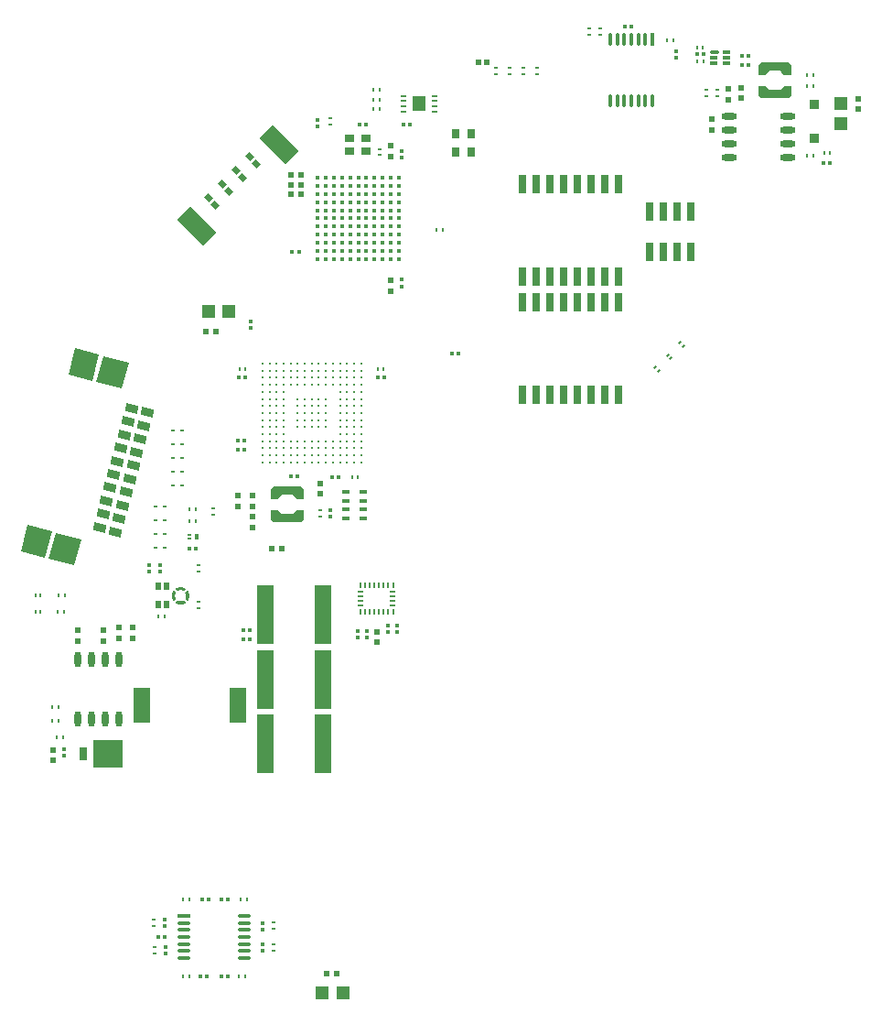
<source format=gtp>
G04*
G04 #@! TF.GenerationSoftware,Altium Limited,Altium Designer,24.1.2 (44)*
G04*
G04 Layer_Color=8421504*
%FSLAX44Y44*%
%MOMM*%
G71*
G04*
G04 #@! TF.SameCoordinates,E650615F-92BB-4AA2-81C1-946A8B7DB211*
G04*
G04*
G04 #@! TF.FilePolarity,Positive*
G04*
G01*
G75*
%ADD19R,0.5220X0.7250*%
%ADD20R,0.5000X0.5000*%
%ADD21R,0.2600X0.3200*%
%ADD22R,0.3500X0.4000*%
%ADD23C,0.3000*%
%ADD24R,0.5080X0.5588*%
%ADD25R,0.2500X0.3000*%
%ADD26R,0.3000X0.2500*%
%ADD27R,0.3600X0.2500*%
%ADD28R,0.4000X0.3500*%
%ADD29R,1.5000X5.4000*%
%ADD30R,0.3200X0.2600*%
%ADD31R,0.3500X0.1905*%
%ADD32R,0.6100X0.2700*%
%ADD33R,1.2500X1.3500*%
%ADD34C,0.3818*%
%ADD35R,0.7620X1.2700*%
%ADD36R,0.2800X0.5300*%
%ADD37R,0.5300X0.2800*%
%ADD38R,0.7400X1.6750*%
G04:AMPARAMS|DCode=39|XSize=1.143mm|YSize=0.7366mm|CornerRadius=0mm|HoleSize=0mm|Usage=FLASHONLY|Rotation=165.000|XOffset=0mm|YOffset=0mm|HoleType=Round|Shape=Rectangle|*
%AMROTATEDRECTD39*
4,1,4,0.6474,0.2078,0.4567,-0.5037,-0.6474,-0.2078,-0.4567,0.5037,0.6474,0.2078,0.0*
%
%ADD39ROTATEDRECTD39*%

%ADD40R,0.9500X0.9000*%
%ADD41R,0.9000X0.8000*%
%ADD42O,0.6000X1.4500*%
%ADD43O,1.4500X0.6000*%
%ADD44R,0.5588X0.5080*%
%ADD45R,1.1430X1.2700*%
%ADD46R,1.2700X1.1430*%
G04:AMPARAMS|DCode=47|XSize=0.2mm|YSize=0.35mm|CornerRadius=0mm|HoleSize=0mm|Usage=FLASHONLY|Rotation=135.000|XOffset=0mm|YOffset=0mm|HoleType=Round|Shape=Rectangle|*
%AMROTATEDRECTD47*
4,1,4,0.1945,0.0530,-0.0530,-0.1945,-0.1945,-0.0530,0.0530,0.1945,0.1945,0.0530,0.0*
%
%ADD47ROTATEDRECTD47*%

G04:AMPARAMS|DCode=48|XSize=0.28mm|YSize=0.75mm|CornerRadius=0.0504mm|HoleSize=0mm|Usage=FLASHONLY|Rotation=90.000|XOffset=0mm|YOffset=0mm|HoleType=Round|Shape=RoundedRectangle|*
%AMROUNDEDRECTD48*
21,1,0.2800,0.6492,0,0,90.0*
21,1,0.1792,0.7500,0,0,90.0*
1,1,0.1008,0.3246,0.0896*
1,1,0.1008,0.3246,-0.0896*
1,1,0.1008,-0.3246,-0.0896*
1,1,0.1008,-0.3246,0.0896*
%
%ADD48ROUNDEDRECTD48*%
%ADD49R,0.2000X0.3500*%
%ADD50R,0.8000X0.4000*%
%ADD51R,0.4682X0.4725*%
%ADD52R,1.6000X3.2000*%
%ADD53R,0.6500X0.9000*%
%ADD54R,0.7600X1.6700*%
G04:AMPARAMS|DCode=55|XSize=0.7mm|YSize=0.5mm|CornerRadius=0mm|HoleSize=0mm|Usage=FLASHONLY|Rotation=315.000|XOffset=0mm|YOffset=0mm|HoleType=Round|Shape=Rectangle|*
%AMROTATEDRECTD55*
4,1,4,-0.4243,0.0707,-0.0707,0.4243,0.4243,-0.0707,0.0707,-0.4243,-0.4243,0.0707,0.0*
%
%ADD55ROTATEDRECTD55*%

G04:AMPARAMS|DCode=56|XSize=3.43mm|YSize=1.78mm|CornerRadius=0mm|HoleSize=0mm|Usage=FLASHONLY|Rotation=135.000|XOffset=0mm|YOffset=0mm|HoleType=Round|Shape=Rectangle|*
%AMROTATEDRECTD56*
4,1,4,1.8420,-0.5834,0.5834,-1.8420,-1.8420,0.5834,-0.5834,1.8420,1.8420,-0.5834,0.0*
%
%ADD56ROTATEDRECTD56*%

%ADD57R,2.6670X2.5400*%
G04:AMPARAMS|DCode=58|XSize=0.28mm|YSize=0.85mm|CornerRadius=0.0504mm|HoleSize=0mm|Usage=FLASHONLY|Rotation=90.000|XOffset=0mm|YOffset=0mm|HoleType=Round|Shape=RoundedRectangle|*
%AMROUNDEDRECTD58*
21,1,0.2800,0.7492,0,0,90.0*
21,1,0.1792,0.8500,0,0,90.0*
1,1,0.1008,0.3746,0.0896*
1,1,0.1008,0.3746,-0.0896*
1,1,0.1008,-0.3746,-0.0896*
1,1,0.1008,-0.3746,0.0896*
%
%ADD58ROUNDEDRECTD58*%
%ADD59R,0.3500X0.6000*%
%ADD60R,0.3500X1.2500*%
%ADD61O,0.3500X1.2500*%
%ADD62O,1.2500X0.3500*%
%ADD63R,1.2500X0.3500*%
G36*
X184160Y490200D02*
X184160Y481350D01*
X177160D01*
X174010Y485150D01*
X163810D01*
X160660Y481350D01*
X153660D01*
Y490200D01*
X156210Y492750D01*
X181610D01*
X184160Y490200D01*
D02*
G37*
G36*
X184160Y462300D02*
X181610Y459750D01*
X156210D01*
X153660Y462300D01*
X153660Y471150D01*
X160660D01*
X163810Y467350D01*
X174010D01*
X177230Y471150D01*
X184160D01*
Y462300D01*
D02*
G37*
G36*
X-456313Y222591D02*
X-462690Y198792D01*
X-484771Y204709D01*
X-478394Y228507D01*
X-456313Y222591D01*
D02*
G37*
G36*
X-428834Y215228D02*
X-435211Y191429D01*
X-459009Y197806D01*
X-452633Y221605D01*
X-428834Y215228D01*
D02*
G37*
G36*
X-266940Y98346D02*
X-266940Y89496D01*
X-273940D01*
X-277090Y93296D01*
X-287290D01*
X-290510Y89496D01*
X-297440D01*
Y98346D01*
X-294890Y100896D01*
X-269490D01*
X-266940Y98346D01*
D02*
G37*
G36*
X-266940Y70446D02*
X-269490Y67896D01*
X-294890D01*
X-297440Y70446D01*
X-297440Y79296D01*
X-290440D01*
X-287290Y75496D01*
X-277090D01*
X-273940Y79296D01*
X-266940D01*
Y70446D01*
D02*
G37*
G36*
X-500096Y59191D02*
X-506473Y35392D01*
X-528554Y41309D01*
X-522177Y65107D01*
X-500096Y59191D01*
D02*
G37*
G36*
X-472617Y51828D02*
X-478994Y28029D01*
X-502792Y34406D01*
X-496415Y58205D01*
X-472617Y51828D01*
D02*
G37*
G36*
X-379641Y8161D02*
X-377071Y7276D01*
X-376000Y6440D01*
X-376000Y6440D01*
X-376000Y6440D01*
X-376000D01*
X-378153Y4300D01*
X-378809Y4672D01*
X-380248Y5108D01*
X-381752D01*
X-383191Y4672D01*
X-383847Y4300D01*
X-383847Y4300D01*
X-386000Y6440D01*
X-384929Y7276D01*
X-382359Y8161D01*
X-379641Y8161D01*
D02*
G37*
G36*
X-385270Y2887D02*
Y2887D01*
X-385642Y2231D01*
X-386078Y792D01*
Y-712D01*
X-385642Y-2151D01*
X-385270Y-2807D01*
X-387410Y-4960D01*
Y-4960D01*
X-388246Y-3889D01*
X-389131Y-1319D01*
X-389131Y1399D01*
X-388246Y3969D01*
X-387410Y5040D01*
X-385270Y2887D01*
D02*
G37*
G36*
X-374600Y5040D02*
X-373764Y3969D01*
X-372879Y1399D01*
X-372879Y-1319D01*
X-373764Y-3889D01*
X-374600Y-4960D01*
X-376740Y-2807D01*
X-376740Y-2807D01*
X-376369Y-2151D01*
X-375932Y-712D01*
Y792D01*
X-376368Y2231D01*
X-376740Y2887D01*
X-374600Y5040D01*
X-374600Y5040D01*
D02*
G37*
G36*
X-383191Y-4591D02*
X-381752Y-5028D01*
X-380248D01*
X-378809Y-4591D01*
X-378153Y-4220D01*
X-376000Y-6360D01*
X-376000Y-6360D01*
X-377071Y-7196D01*
X-379641Y-8080D01*
X-382359Y-8080D01*
X-384929Y-7196D01*
X-386000Y-6360D01*
X-383847Y-4220D01*
X-383191Y-4591D01*
D02*
G37*
D19*
X-393520Y8415D02*
D03*
Y-8335D02*
D03*
X-401740Y8415D02*
D03*
Y-8335D02*
D03*
D20*
X-282190Y71696D02*
D03*
X168910Y488950D02*
D03*
Y463550D02*
D03*
X-282190Y97096D02*
D03*
D21*
X-198280Y209550D02*
D03*
X-321150D02*
D03*
X-192880D02*
D03*
X-326550D02*
D03*
X219870Y408940D02*
D03*
X214470D02*
D03*
X97122Y506984D02*
D03*
X102522D02*
D03*
X-217010Y109220D02*
D03*
X-222410D02*
D03*
D22*
X-322120Y143510D02*
D03*
X-321440Y201396D02*
D03*
X-198580Y201930D02*
D03*
X-322120Y134620D02*
D03*
X220170Y400050D02*
D03*
X-278690Y110396D02*
D03*
X-328120Y143510D02*
D03*
X-327440Y201396D02*
D03*
X-192580Y201930D02*
D03*
X-328120Y134620D02*
D03*
X-130000Y223520D02*
D03*
X-323040Y-31750D02*
D03*
Y-40640D02*
D03*
X138890Y490220D02*
D03*
X138498Y499205D02*
D03*
X-277495Y318231D02*
D03*
X-168450Y435610D02*
D03*
X-215090D02*
D03*
X-372570Y43180D02*
D03*
X144890Y490220D02*
D03*
X144498Y499205D02*
D03*
X-124000Y223520D02*
D03*
X-317040Y-31750D02*
D03*
Y-40640D02*
D03*
X-271495Y318231D02*
D03*
X-174450Y435610D02*
D03*
X-209090D02*
D03*
X-366570Y43180D02*
D03*
X-395180Y-315440D02*
D03*
X-401180D02*
D03*
X30024Y526459D02*
D03*
X36024D02*
D03*
X-361140Y-280670D02*
D03*
X-355140D02*
D03*
X-362410Y-351790D02*
D03*
X-356410D02*
D03*
X-337360D02*
D03*
X-343360D02*
D03*
X-337360Y-280670D02*
D03*
X-343360D02*
D03*
X-240595Y109514D02*
D03*
X-234595D02*
D03*
X-272690Y110396D02*
D03*
X97076Y500634D02*
D03*
X103076D02*
D03*
X214170Y400050D02*
D03*
D23*
X-304940Y136396D02*
D03*
Y142896D02*
D03*
Y201396D02*
D03*
Y207896D02*
D03*
X-265940Y129896D02*
D03*
X-213940Y201396D02*
D03*
Y207896D02*
D03*
X-304940Y123396D02*
D03*
Y214396D02*
D03*
X-291940Y129896D02*
D03*
X-285440Y155896D02*
D03*
Y181896D02*
D03*
X-278940Y123396D02*
D03*
X-272440Y129896D02*
D03*
Y155896D02*
D03*
Y162396D02*
D03*
Y168896D02*
D03*
Y175396D02*
D03*
Y181896D02*
D03*
Y194896D02*
D03*
X-265940Y155896D02*
D03*
Y162396D02*
D03*
Y168896D02*
D03*
Y175396D02*
D03*
Y181896D02*
D03*
X-259440Y155896D02*
D03*
Y162396D02*
D03*
Y168896D02*
D03*
Y175396D02*
D03*
Y181896D02*
D03*
X-252940Y155896D02*
D03*
Y162396D02*
D03*
Y168896D02*
D03*
Y175396D02*
D03*
Y181896D02*
D03*
Y207896D02*
D03*
X-246440Y129896D02*
D03*
Y155896D02*
D03*
Y162396D02*
D03*
Y168896D02*
D03*
Y175396D02*
D03*
Y181896D02*
D03*
Y194896D02*
D03*
X-233440Y155896D02*
D03*
Y181896D02*
D03*
X-213940Y123396D02*
D03*
Y214396D02*
D03*
X-285440Y149396D02*
D03*
Y188396D02*
D03*
X-278940Y129896D02*
D03*
Y142896D02*
D03*
Y194896D02*
D03*
X-272440Y201396D02*
D03*
X-265940Y142896D02*
D03*
X-259440Y194896D02*
D03*
X-246440Y142896D02*
D03*
X-239940Y194896D02*
D03*
X-233440Y149396D02*
D03*
Y175396D02*
D03*
X-213940Y194896D02*
D03*
Y188396D02*
D03*
Y181896D02*
D03*
Y175396D02*
D03*
Y168896D02*
D03*
Y162396D02*
D03*
Y155896D02*
D03*
Y149396D02*
D03*
Y142896D02*
D03*
Y136396D02*
D03*
Y129896D02*
D03*
X-220440Y214396D02*
D03*
Y207896D02*
D03*
Y201396D02*
D03*
Y194896D02*
D03*
Y188396D02*
D03*
Y181896D02*
D03*
Y175396D02*
D03*
Y168896D02*
D03*
Y162396D02*
D03*
Y155896D02*
D03*
Y149396D02*
D03*
Y142896D02*
D03*
Y136396D02*
D03*
Y129896D02*
D03*
Y123396D02*
D03*
X-226940Y214396D02*
D03*
Y207896D02*
D03*
Y201396D02*
D03*
Y194896D02*
D03*
Y188396D02*
D03*
Y181896D02*
D03*
Y175396D02*
D03*
Y168896D02*
D03*
Y162396D02*
D03*
Y155896D02*
D03*
Y149396D02*
D03*
Y142896D02*
D03*
Y136396D02*
D03*
Y129896D02*
D03*
Y123396D02*
D03*
X-233440Y214396D02*
D03*
Y207896D02*
D03*
Y201396D02*
D03*
Y194896D02*
D03*
Y188396D02*
D03*
Y168896D02*
D03*
Y162396D02*
D03*
Y142896D02*
D03*
Y136396D02*
D03*
Y129896D02*
D03*
Y123396D02*
D03*
X-239940Y214396D02*
D03*
Y207896D02*
D03*
Y201396D02*
D03*
Y142896D02*
D03*
Y136396D02*
D03*
Y129896D02*
D03*
Y123396D02*
D03*
X-246440Y214396D02*
D03*
Y207896D02*
D03*
Y201396D02*
D03*
Y136396D02*
D03*
Y123396D02*
D03*
X-252940Y214396D02*
D03*
Y201396D02*
D03*
Y194896D02*
D03*
Y142896D02*
D03*
Y136396D02*
D03*
Y129896D02*
D03*
Y123396D02*
D03*
X-259440Y214396D02*
D03*
Y207896D02*
D03*
Y201396D02*
D03*
Y142896D02*
D03*
Y136396D02*
D03*
Y129896D02*
D03*
Y123396D02*
D03*
X-265940Y214396D02*
D03*
Y207896D02*
D03*
Y201396D02*
D03*
Y194896D02*
D03*
Y136396D02*
D03*
Y123396D02*
D03*
X-272440Y214396D02*
D03*
Y207896D02*
D03*
Y142896D02*
D03*
Y136396D02*
D03*
Y123396D02*
D03*
X-278940Y214396D02*
D03*
Y207896D02*
D03*
Y201396D02*
D03*
Y136396D02*
D03*
X-285440Y214396D02*
D03*
Y207896D02*
D03*
Y201396D02*
D03*
Y194896D02*
D03*
Y175396D02*
D03*
Y168896D02*
D03*
Y162396D02*
D03*
Y142896D02*
D03*
Y136396D02*
D03*
Y129896D02*
D03*
Y123396D02*
D03*
X-291940Y214396D02*
D03*
Y207896D02*
D03*
Y201396D02*
D03*
Y194896D02*
D03*
Y188396D02*
D03*
Y181896D02*
D03*
Y175396D02*
D03*
Y168896D02*
D03*
Y162396D02*
D03*
Y155896D02*
D03*
Y149396D02*
D03*
Y142896D02*
D03*
Y136396D02*
D03*
Y123396D02*
D03*
X-298440Y214396D02*
D03*
Y207896D02*
D03*
Y201396D02*
D03*
Y194896D02*
D03*
Y188396D02*
D03*
Y181896D02*
D03*
Y175396D02*
D03*
Y168896D02*
D03*
Y162396D02*
D03*
Y155896D02*
D03*
Y149396D02*
D03*
Y142896D02*
D03*
Y136396D02*
D03*
Y129896D02*
D03*
Y123396D02*
D03*
X-304940Y194896D02*
D03*
Y188396D02*
D03*
Y181896D02*
D03*
Y175396D02*
D03*
Y168896D02*
D03*
Y162396D02*
D03*
Y155896D02*
D03*
Y149396D02*
D03*
Y129896D02*
D03*
D24*
X-314690Y82820D02*
D03*
Y72972D02*
D03*
X-327690Y82820D02*
D03*
X-499110Y-152146D02*
D03*
X-476250Y-32004D02*
D03*
X-314690Y92472D02*
D03*
Y63320D02*
D03*
X-327690Y92472D02*
D03*
X-251460Y94234D02*
D03*
X-452120Y-32004D02*
D03*
X110490Y440436D02*
D03*
X-186865Y415767D02*
D03*
Y281655D02*
D03*
X-199390Y-42926D02*
D03*
X246380Y459486D02*
D03*
X-199390Y-33274D02*
D03*
X125730Y458724D02*
D03*
Y468376D02*
D03*
X-438150Y-39116D02*
D03*
Y-29464D02*
D03*
X246380Y449834D02*
D03*
X-186865Y291307D02*
D03*
Y406115D02*
D03*
X110490Y430784D02*
D03*
X137419Y469516D02*
D03*
Y459864D02*
D03*
X-452120Y-41656D02*
D03*
X-251460Y103886D02*
D03*
X-425450Y-29464D02*
D03*
Y-39116D02*
D03*
X-476250Y-41656D02*
D03*
X-499110Y-142494D02*
D03*
D25*
X-499570Y-102870D02*
D03*
X204930Y471170D02*
D03*
X-202390Y449580D02*
D03*
X-366570Y80010D02*
D03*
X198930Y481330D02*
D03*
X-499570Y-115570D02*
D03*
X-202390Y467360D02*
D03*
Y458470D02*
D03*
X-137970Y337820D02*
D03*
X-401780Y-19050D02*
D03*
X-395780D02*
D03*
X-366570Y68580D02*
D03*
X-372570D02*
D03*
Y80010D02*
D03*
X-488114Y0D02*
D03*
X-494114D02*
D03*
X-488490Y-15240D02*
D03*
X-494490D02*
D03*
X-372920Y-280670D02*
D03*
X-378920D02*
D03*
X69390Y513080D02*
D03*
X75390D02*
D03*
X-372920Y-351790D02*
D03*
X-378920D02*
D03*
X-326850D02*
D03*
X-320850D02*
D03*
X-325580Y-280670D02*
D03*
X-319580D02*
D03*
X-143970Y337820D02*
D03*
X-196390Y449580D02*
D03*
Y458470D02*
D03*
Y467360D02*
D03*
X204930Y481330D02*
D03*
X198930Y471170D02*
D03*
X97076Y494030D02*
D03*
X103076D02*
D03*
X198930Y406400D02*
D03*
X204930D02*
D03*
X-493570Y-115570D02*
D03*
X-489760Y-130810D02*
D03*
X-495760D02*
D03*
X-493570Y-102870D02*
D03*
D26*
X115570Y467820D02*
D03*
X-50800Y488140D02*
D03*
X-63500D02*
D03*
X-76200D02*
D03*
X-88900D02*
D03*
X-242570Y441150D02*
D03*
X-350520Y74470D02*
D03*
X-364490Y-5890D02*
D03*
X-3150Y524450D02*
D03*
Y518450D02*
D03*
X-364490Y-11890D02*
D03*
Y22400D02*
D03*
Y28400D02*
D03*
X-350520Y80470D02*
D03*
X-405800Y-299740D02*
D03*
Y-305740D02*
D03*
X-405130Y-330660D02*
D03*
Y-324660D02*
D03*
X-294640Y-328120D02*
D03*
Y-322120D02*
D03*
Y-301800D02*
D03*
Y-307800D02*
D03*
X-242570Y435150D02*
D03*
X105410Y467820D02*
D03*
Y461820D02*
D03*
X115570D02*
D03*
X-88900Y482140D02*
D03*
X-76200D02*
D03*
X-63500D02*
D03*
X-50800D02*
D03*
X7010Y518450D02*
D03*
Y524450D02*
D03*
D27*
X-395850Y44450D02*
D03*
X-379340Y101600D02*
D03*
Y114300D02*
D03*
Y127000D02*
D03*
Y139700D02*
D03*
Y152400D02*
D03*
X-395850Y82550D02*
D03*
Y69850D02*
D03*
Y57150D02*
D03*
X-404250D02*
D03*
Y69850D02*
D03*
Y82550D02*
D03*
X-387740Y152400D02*
D03*
Y139700D02*
D03*
Y127000D02*
D03*
Y114300D02*
D03*
Y101600D02*
D03*
X-404250Y44450D02*
D03*
D28*
X-316230Y253190D02*
D03*
X-254000Y439880D02*
D03*
X-176705Y410941D02*
D03*
Y286021D02*
D03*
X-410210Y28400D02*
D03*
X-400050D02*
D03*
X-189230Y-33480D02*
D03*
X-217170Y-38560D02*
D03*
X-180340Y-33480D02*
D03*
X-208280Y-38560D02*
D03*
X-488950Y-147780D02*
D03*
X-316230Y247190D02*
D03*
X-410210Y22400D02*
D03*
X-400050D02*
D03*
X-180340Y-27480D02*
D03*
X-208280Y-32560D02*
D03*
X-488950Y-141780D02*
D03*
X-217170Y-32560D02*
D03*
X-189230Y-27480D02*
D03*
X-395640Y-305740D02*
D03*
Y-299740D02*
D03*
X77470Y497380D02*
D03*
Y503380D02*
D03*
X-394970Y-324660D02*
D03*
Y-330660D02*
D03*
X-304800Y-322120D02*
D03*
Y-328120D02*
D03*
Y-309070D02*
D03*
Y-303070D02*
D03*
X-176705Y292021D02*
D03*
Y404941D02*
D03*
X-254000Y433880D02*
D03*
X-242570Y79200D02*
D03*
Y73200D02*
D03*
D29*
X-249090Y-17780D02*
D03*
Y-77470D02*
D03*
Y-137160D02*
D03*
X-302090Y-17780D02*
D03*
Y-77470D02*
D03*
Y-137160D02*
D03*
D30*
X-196850Y412910D02*
D03*
Y407510D02*
D03*
X-251460Y78900D02*
D03*
Y73500D02*
D03*
D31*
X-372820Y52860D02*
D03*
Y56360D02*
D03*
D32*
X-145520Y447160D02*
D03*
Y452160D02*
D03*
Y457160D02*
D03*
Y462160D02*
D03*
X-174520Y447160D02*
D03*
Y452160D02*
D03*
Y457160D02*
D03*
Y462160D02*
D03*
D33*
X-160020Y454660D02*
D03*
D34*
X-194025Y311251D02*
D03*
X-201525Y318751D02*
D03*
X-216525D02*
D03*
X-231525D02*
D03*
X-246525D02*
D03*
X-179025Y326251D02*
D03*
X-209025Y341251D02*
D03*
X-231525D02*
D03*
X-239025D02*
D03*
X-179025Y348751D02*
D03*
X-209025D02*
D03*
X-231525D02*
D03*
X-209025Y356251D02*
D03*
X-231525D02*
D03*
X-179025Y371251D02*
D03*
X-216525D02*
D03*
X-224025D02*
D03*
X-231525Y378751D02*
D03*
X-239025D02*
D03*
Y386251D02*
D03*
X-254025Y318751D02*
D03*
X-246525Y341251D02*
D03*
X-254025D02*
D03*
X-239025Y348751D02*
D03*
X-246525D02*
D03*
X-254025D02*
D03*
X-239025Y356251D02*
D03*
X-246525D02*
D03*
X-216525Y363751D02*
D03*
Y348751D02*
D03*
X-224025D02*
D03*
X-216525Y356251D02*
D03*
X-224025D02*
D03*
X-254025D02*
D03*
Y386251D02*
D03*
X-246525D02*
D03*
X-231525D02*
D03*
X-224025D02*
D03*
X-216525D02*
D03*
X-209025D02*
D03*
X-201525D02*
D03*
X-194025D02*
D03*
X-186525D02*
D03*
X-179025D02*
D03*
X-254025Y378751D02*
D03*
X-246525D02*
D03*
X-224025D02*
D03*
X-216525D02*
D03*
X-209025D02*
D03*
X-201525D02*
D03*
X-194025D02*
D03*
X-186525D02*
D03*
X-179025D02*
D03*
X-254025Y371251D02*
D03*
X-246525D02*
D03*
X-239025D02*
D03*
X-231525D02*
D03*
X-209025D02*
D03*
X-201525D02*
D03*
X-194025D02*
D03*
X-186525D02*
D03*
X-254025Y363751D02*
D03*
X-246525D02*
D03*
X-239025D02*
D03*
X-231525D02*
D03*
X-224025D02*
D03*
X-209025D02*
D03*
X-201525D02*
D03*
X-194025D02*
D03*
X-186525D02*
D03*
X-179025D02*
D03*
X-201525Y356251D02*
D03*
X-194025D02*
D03*
X-186525D02*
D03*
X-179025D02*
D03*
X-201525Y348751D02*
D03*
X-194025D02*
D03*
X-186525D02*
D03*
X-224025Y341251D02*
D03*
X-216525D02*
D03*
X-201525D02*
D03*
X-194025D02*
D03*
X-186525D02*
D03*
X-179025D02*
D03*
X-254025Y333751D02*
D03*
X-246525D02*
D03*
X-239025D02*
D03*
X-231525D02*
D03*
X-224025D02*
D03*
X-216525D02*
D03*
X-209025D02*
D03*
X-201525D02*
D03*
X-194025D02*
D03*
X-186525D02*
D03*
X-179025D02*
D03*
X-254025Y326251D02*
D03*
X-246525D02*
D03*
X-239025D02*
D03*
X-231525D02*
D03*
X-224025D02*
D03*
X-216525D02*
D03*
X-209025D02*
D03*
X-201525D02*
D03*
X-194025D02*
D03*
X-186525D02*
D03*
X-239025Y318751D02*
D03*
X-224025D02*
D03*
X-209025D02*
D03*
X-194025D02*
D03*
X-186525D02*
D03*
X-179025D02*
D03*
X-254025Y311251D02*
D03*
X-246525D02*
D03*
X-239025D02*
D03*
X-231525D02*
D03*
X-224025D02*
D03*
X-216525D02*
D03*
X-209025D02*
D03*
X-201525D02*
D03*
X-186525D02*
D03*
X-179025D02*
D03*
D35*
X-471170Y-146050D02*
D03*
D36*
X-214440Y-14740D02*
D03*
X-210140D02*
D03*
X-205840D02*
D03*
X-197240D02*
D03*
X-192940D02*
D03*
X-184340D02*
D03*
Y9660D02*
D03*
X-188640D02*
D03*
X-192940D02*
D03*
X-197240D02*
D03*
X-201540D02*
D03*
X-205840D02*
D03*
X-210140D02*
D03*
X-214440D02*
D03*
X-188640Y-14740D02*
D03*
X-201540D02*
D03*
D37*
X-214090Y3910D02*
D03*
Y-390D02*
D03*
Y-4690D02*
D03*
Y-8990D02*
D03*
X-184690Y-4690D02*
D03*
Y3910D02*
D03*
Y-390D02*
D03*
Y-8990D02*
D03*
D38*
X53340Y318125D02*
D03*
X66040D02*
D03*
X91440D02*
D03*
Y354975D02*
D03*
X78740Y318125D02*
D03*
Y354975D02*
D03*
X66040D02*
D03*
X53340D02*
D03*
D39*
X-411644Y169468D02*
D03*
X-431366Y95865D02*
D03*
X-426365Y173413D02*
D03*
X-441227Y59063D02*
D03*
X-455948Y63008D02*
D03*
X-437940Y71330D02*
D03*
X-452660Y75275D02*
D03*
X-434653Y83598D02*
D03*
X-449374Y87542D02*
D03*
X-446087Y99809D02*
D03*
X-428079Y108132D02*
D03*
X-442799Y112077D02*
D03*
X-424792Y120400D02*
D03*
X-439512Y124344D02*
D03*
X-421505Y132667D02*
D03*
X-436226Y136611D02*
D03*
X-418218Y144934D02*
D03*
X-432938Y148878D02*
D03*
X-414931Y157201D02*
D03*
X-429651Y161146D02*
D03*
D40*
X205740Y422400D02*
D03*
Y453900D02*
D03*
D41*
X-224670Y410560D02*
D03*
X-209670Y422560D02*
D03*
X-224670D02*
D03*
X-209670Y410560D02*
D03*
D42*
X-450850Y-113610D02*
D03*
X-476250D02*
D03*
X-463550D02*
D03*
X-438150D02*
D03*
X-476250Y-59110D02*
D03*
X-463550D02*
D03*
X-450850D02*
D03*
X-438150D02*
D03*
D43*
X180920Y430530D02*
D03*
Y405130D02*
D03*
Y417830D02*
D03*
Y443230D02*
D03*
X126420Y405130D02*
D03*
Y417830D02*
D03*
Y430530D02*
D03*
Y443230D02*
D03*
D44*
X-348234Y243840D02*
D03*
X-236474Y-349250D02*
D03*
X-296926Y43180D02*
D03*
X-287274D02*
D03*
X-269494Y388620D02*
D03*
X-279146D02*
D03*
X-269494Y379730D02*
D03*
X-279146D02*
D03*
X-269494Y370840D02*
D03*
X-279146D02*
D03*
X-246126Y-349250D02*
D03*
X-357886Y243840D02*
D03*
D45*
X-335915Y262890D02*
D03*
X-230505Y-367030D02*
D03*
X-249555D02*
D03*
X-354965Y262890D02*
D03*
D46*
X229870Y455295D02*
D03*
Y436245D02*
D03*
D47*
X58420Y210820D02*
D03*
X81280Y233680D02*
D03*
X84108Y230852D02*
D03*
X61248Y207992D02*
D03*
X69850Y222250D02*
D03*
X72678Y219422D02*
D03*
D48*
X124030Y502412D02*
D03*
Y492412D02*
D03*
Y497412D02*
D03*
X112530Y492412D02*
D03*
Y497412D02*
D03*
D49*
X-511079Y-15239D02*
D03*
X-511011Y1D02*
D03*
X-515011D02*
D03*
X-515079Y-15239D02*
D03*
D50*
X-211710Y95820D02*
D03*
X-227710Y87820D02*
D03*
Y95820D02*
D03*
Y79820D02*
D03*
Y71820D02*
D03*
X-211710Y87820D02*
D03*
Y79820D02*
D03*
Y71820D02*
D03*
D51*
X-97422Y493192D02*
D03*
X-105465D02*
D03*
D52*
X-327610Y-101600D02*
D03*
X-416610D02*
D03*
D53*
X-126630Y410210D02*
D03*
X-112130D02*
D03*
X-126630Y426720D02*
D03*
X-112130D02*
D03*
D54*
X-64770Y295170D02*
D03*
X-52070D02*
D03*
X-39370D02*
D03*
X-26670D02*
D03*
X-13970D02*
D03*
X-1270D02*
D03*
X11430D02*
D03*
X24130D02*
D03*
X-64770Y380470D02*
D03*
X-52070D02*
D03*
X-39370D02*
D03*
X-26670D02*
D03*
X-13970D02*
D03*
X-1270D02*
D03*
X11430D02*
D03*
X24130D02*
D03*
Y271250D02*
D03*
X11430D02*
D03*
X-1270D02*
D03*
X-13970D02*
D03*
X-26670D02*
D03*
X-39370D02*
D03*
X-52070D02*
D03*
X-64770D02*
D03*
X24130Y185950D02*
D03*
X11430D02*
D03*
X-1270D02*
D03*
X-13970D02*
D03*
X-26670D02*
D03*
X-39370D02*
D03*
X-52070D02*
D03*
X-64770D02*
D03*
D55*
X-316872Y405772D02*
D03*
X-310508Y399408D02*
D03*
X-329572Y393072D02*
D03*
X-323208Y386708D02*
D03*
X-342272Y380372D02*
D03*
X-335908Y374008D02*
D03*
X-354972Y367672D02*
D03*
X-348608Y361308D02*
D03*
D56*
X-365760Y341630D02*
D03*
X-289560Y416560D02*
D03*
D57*
X-447675Y-146050D02*
D03*
D58*
X113030Y502412D02*
D03*
D59*
X-366320Y54610D02*
D03*
D60*
X55810Y514000D02*
D03*
D61*
X49310D02*
D03*
X42810D02*
D03*
X36310D02*
D03*
X29810D02*
D03*
X23310D02*
D03*
X16810D02*
D03*
X55810Y457500D02*
D03*
X49310D02*
D03*
X42810D02*
D03*
X36310D02*
D03*
X29810D02*
D03*
X23310D02*
D03*
X16810D02*
D03*
D62*
X-321670Y-334940D02*
D03*
Y-328440D02*
D03*
Y-321940D02*
D03*
Y-315440D02*
D03*
Y-308940D02*
D03*
Y-302440D02*
D03*
Y-295940D02*
D03*
X-378170Y-334940D02*
D03*
Y-328440D02*
D03*
Y-321940D02*
D03*
Y-315440D02*
D03*
Y-308940D02*
D03*
Y-302440D02*
D03*
D63*
Y-295940D02*
D03*
M02*

</source>
